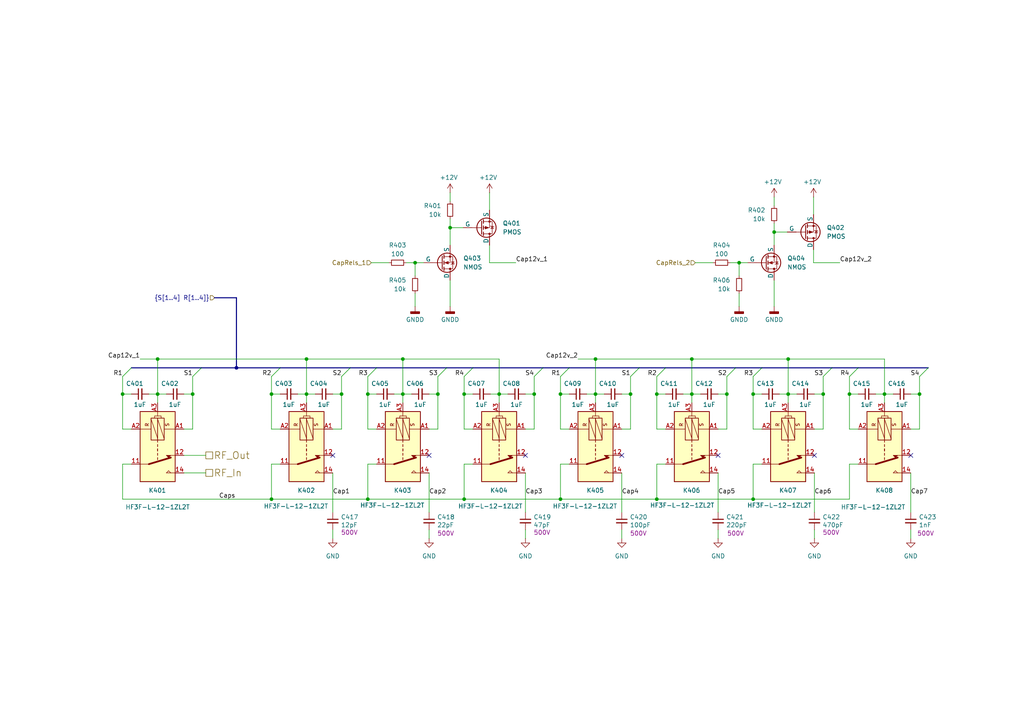
<source format=kicad_sch>
(kicad_sch (version 20231120) (generator "eeschema") (generator_version "8.0")
  (paper "A4")
  (title_block (title "Capacitors Bank") (date "2024-04-23") (rev "A0") (company "TiZed"))
  (lib_symbols
    (symbol "Device:C_Small" (pin_numbers hide) (pin_names (offset 0.254) hide)
      (property "Reference" "C" (at 0.254 1.778 0))
      (property "Value" "C_Small" (at 0.254 -2.032 0))
      (symbol "C_Small_0_1"
        (polyline (pts (xy -1.524 -0.508) (xy 1.524 -0.508)) (stroke (width 0.3302)))
        (polyline (pts (xy -1.524 0.508) (xy 1.524 0.508)) (stroke (width 0.3048)))
      )
      (symbol "C_Small_1_1"
        (pin passive line (at 0 2.54 270) (length 2.032) (name "~") (number "1"))
        (pin passive line (at 0 -2.54 90) (length 2.032) (name "~") (number "2"))
      )
    )
    (symbol "Device:R_Small" (pin_numbers hide) (pin_names (offset 0.254) hide)
      (property "Reference" "R" (at 0.762 0.508 0))
      (property "Value" "R_Small" (at 0.762 -1.016 0))
      (symbol "R_Small_0_1"
        (rectangle (start -0.762 1.778) (end 0.762 -1.778) (stroke (width 0.2032)))
      )
      (symbol "R_Small_1_1"
        (pin passive line (at 0 2.54 270) (length 0.762) (name "~") (number "1"))
        (pin passive line (at 0 -2.54 90) (length 0.762) (name "~") (number "2"))
      )
    )
    (symbol "Relay:Relay_SPDT_Latching_2coil"
      (property "Reference" "K" (at 11.43 4.318 0))
      (property "Value" "Relay_SPDT_Latching_2coil" (at 23.622 2.032 0))
      (symbol "Relay_SPDT_Latching_2coil_0_0"
        (text "R" (at -6.35 -3.048 0) (effects (font (size 1.016 1.016))))
        (text "S" (at -6.35 2.794 0) (effects (font (size 1.016 1.016))))
      )
      (symbol "Relay_SPDT_Latching_2coil_0_1"
        (rectangle (start -8.255 1.905) (end -1.905 -1.905) (stroke (width 0.2032)))
        (polyline (pts (xy -8.89 0) (xy -10.16 0)))
        (polyline (pts (xy -8.255 0) (xy -1.27 0)) (stroke (width 0.2032)))
        (polyline (pts (xy -8.001 -1.905) (xy -2.413 0)))
        (polyline (pts (xy -8.001 0) (xy -2.286 1.905)))
        (polyline (pts (xy -5.08 -5.08) (xy -5.08 -1.905)))
        (polyline (pts (xy -5.08 5.08) (xy -5.08 1.905)))
        (polyline (pts (xy -0.635 0) (xy 0 0)) (stroke (width 0.2032)))
        (polyline (pts (xy 0.635 0) (xy 1.27 0)) (stroke (width 0.2032)))
        (polyline (pts (xy 0.635 0) (xy 1.27 0)) (stroke (width 0.2032)))
        (polyline (pts (xy 1.905 0) (xy 2.54 0)) (stroke (width 0.2032)))
        (polyline (pts (xy 2.54 2.54) (xy 2.54 5.08)))
        (polyline (pts (xy 3.175 0) (xy 3.81 0)) (stroke (width 0.2032)))
        (polyline (pts (xy 5.08 -2.794) (xy 5.08 -5.334)))
        (polyline (pts (xy 5.08 -2.54) (xy 3.175 3.81)) (stroke (width 0.508)))
        (polyline (pts (xy 7.62 2.54) (xy 7.62 5.08)))
        (polyline (pts (xy 2.54 2.54) (xy 3.175 3.175) (xy 2.54 3.81)) (fill (type outline)))
        (polyline (pts (xy 7.62 2.54) (xy 6.985 3.175) (xy 7.62 3.81)))
        (polyline (pts (xy -8.255 1.016) (xy -8.89 1.016) (xy -8.89 -0.889) (xy -8.255 -0.889)))
      )
      (symbol "Relay_SPDT_Latching_2coil_1_1"
        (rectangle (start -10.16 5.08) (end 10.16 -5.08) (stroke (width 0.254)) (fill (type background)))
        (pin passive line (at 5.08 -7.62 90) (length 2.54) (name "~") (number "11"))
        (pin passive line (at 2.54 7.62 270) (length 2.54) (name "~") (number "12"))
        (pin passive line (at 7.62 7.62 270) (length 2.54) (name "~") (number "14"))
        (pin passive line (at -5.08 7.62 270) (length 2.54) (name "~") (number "A1"))
        (pin passive line (at -5.08 -7.62 90) (length 2.54) (name "~") (number "A2"))
        (pin passive line (at -12.7 0 0) (length 2.54) (name "~") (number "A3"))
      )
    )
    (symbol "Simulation_SPICE:NMOS" (pin_numbers hide) (pin_names (offset 0))
      (property "Reference" "Q" (at 5.08 1.27 0))
      (property "Value" "NMOS" (at 5.08 -1.27 0))
      (symbol "NMOS_0_1"
        (polyline (pts (xy 0.254 0) (xy -2.54 0)))
        (polyline (pts (xy 0.254 1.905) (xy 0.254 -1.905)) (stroke (width 0.254)))
        (polyline (pts (xy 0.762 -1.27) (xy 0.762 -2.286)) (stroke (width 0.254)))
        (polyline (pts (xy 0.762 0.508) (xy 0.762 -0.508)) (stroke (width 0.254)))
        (polyline (pts (xy 0.762 2.286) (xy 0.762 1.27)) (stroke (width 0.254)))
        (polyline (pts (xy 2.54 2.54) (xy 2.54 1.778)))
        (polyline (pts (xy 2.54 -2.54) (xy 2.54 0) (xy 0.762 0)))
        (polyline (pts (xy 0.762 -1.778) (xy 3.302 -1.778) (xy 3.302 1.778) (xy 0.762 1.778)))
        (polyline (pts (xy 1.016 0) (xy 2.032 0.381) (xy 2.032 -0.381) (xy 1.016 0)) (fill (type outline)))
        (polyline (pts (xy 2.794 0.508) (xy 2.921 0.381) (xy 3.683 0.381) (xy 3.81 0.254)))
        (polyline (pts (xy 3.302 0.381) (xy 2.921 -0.254) (xy 3.683 -0.254) (xy 3.302 0.381)))
        (circle (center 1.651 0) (radius 2.794) (stroke (width 0.254)))
        (circle (center 2.54 -1.778) (radius 0.254) (fill (type outline)))
        (circle (center 2.54 1.778) (radius 0.254) (fill (type outline)))
      )
      (symbol "NMOS_1_1"
        (pin passive line (at 2.54 5.08 270) (length 2.54) (name "D") (number "1"))
        (pin input line (at -5.08 0 0) (length 2.54) (name "G") (number "2"))
        (pin passive line (at 2.54 -5.08 90) (length 2.54) (name "S") (number "3"))
      )
    )
    (symbol "Simulation_SPICE:PMOS" (pin_numbers hide) (pin_names (offset 0))
      (property "Reference" "Q" (at 5.08 1.27 0))
      (property "Value" "PMOS" (at 5.08 -1.27 0))
      (symbol "PMOS_0_1"
        (polyline (pts (xy 0.254 0) (xy -2.54 0)))
        (polyline (pts (xy 0.254 1.905) (xy 0.254 -1.905)) (stroke (width 0.254)))
        (polyline (pts (xy 0.762 -1.27) (xy 0.762 -2.286)) (stroke (width 0.254)))
        (polyline (pts (xy 0.762 0.508) (xy 0.762 -0.508)) (stroke (width 0.254)))
        (polyline (pts (xy 0.762 2.286) (xy 0.762 1.27)) (stroke (width 0.254)))
        (polyline (pts (xy 2.54 2.54) (xy 2.54 1.778)))
        (polyline (pts (xy 2.54 -2.54) (xy 2.54 0) (xy 0.762 0)))
        (polyline (pts (xy 0.762 1.778) (xy 3.302 1.778) (xy 3.302 -1.778) (xy 0.762 -1.778)))
        (polyline (pts (xy 2.286 0) (xy 1.27 0.381) (xy 1.27 -0.381) (xy 2.286 0)) (fill (type outline)))
        (polyline (pts (xy 2.794 -0.508) (xy 2.921 -0.381) (xy 3.683 -0.381) (xy 3.81 -0.254)))
        (polyline (pts (xy 3.302 -0.381) (xy 2.921 0.254) (xy 3.683 0.254) (xy 3.302 -0.381)))
        (circle (center 1.651 0) (radius 2.794) (stroke (width 0.254)))
        (circle (center 2.54 -1.778) (radius 0.254) (fill (type outline)))
        (circle (center 2.54 1.778) (radius 0.254) (fill (type outline)))
      )
      (symbol "PMOS_1_1"
        (pin passive line (at 2.54 5.08 270) (length 2.54) (name "D") (number "1"))
        (pin input line (at -5.08 0 0) (length 2.54) (name "G") (number "2"))
        (pin passive line (at 2.54 -5.08 90) (length 2.54) (name "S") (number "3"))
      )
    )
    (symbol "power:+12V" (power) (pin_numbers hide) (pin_names (offset 0) hide)
      (property "Value" "+12V" (at 0 3.556 0))
      (symbol "+12V_0_1"
        (polyline (pts (xy -0.762 1.27) (xy 0 2.54)))
        (polyline (pts (xy 0 0) (xy 0 2.54)))
        (polyline (pts (xy 0 2.54) (xy 0.762 1.27)))
      )
      (symbol "+12V_1_1"
        (pin power_in line (at 0 0 90) (length 0) (name "~") (number "1"))
      )
    )
    (symbol "power:GND" (power) (pin_numbers hide) (pin_names (offset 0) hide)
      (property "Value" "GND" (at 0 -3.81 0))
      (symbol "GND_0_1"
        (polyline (pts (xy 0 0) (xy 0 -1.27) (xy 1.27 -1.27) (xy 0 -2.54) (xy -1.27 -1.27) (xy 0 -1.27)))
      )
      (symbol "GND_1_1"
        (pin power_in line (at 0 0 270) (length 0) (name "~") (number "1"))
      )
    )
    (symbol "power:GNDD" (power) (pin_numbers hide) (pin_names (offset 0) hide)
      (property "Value" "GNDD" (at 0 -3.175 0))
      (symbol "GNDD_0_1"
        (rectangle (start -1.27 -1.524) (end 1.27 -2.032) (stroke (width 0.254)) (fill (type outline)))
        (polyline (pts (xy 0 0) (xy 0 -1.524)))
      )
      (symbol "GNDD_1_1"
        (pin power_in line (at 0 0 270) (length 0) (name "~") (number "1"))
      )
    )
  )
  (junction (at 78.74 114.3))
  (junction (at 200.66 114.3))
  (junction (at 154.94 114.3))
  (junction (at 246.38 114.3))
  (junction (at 130.556 66.04))
  (junction (at 256.54 114.3))
  (junction (at 134.62 144.78))
  (junction (at 55.88 114.3))
  (junction (at 218.44 114.3))
  (junction (at 210.82 114.3))
  (junction (at 106.68 144.78))
  (junction (at 106.68 114.3))
  (junction (at 45.72 114.3))
  (junction (at 99.06 114.3))
  (junction (at 116.84 104.14))
  (junction (at 116.84 114.3))
  (junction (at 78.74 144.78))
  (junction (at 228.6 104.14))
  (junction (at 228.6 114.3))
  (junction (at 224.536 67.31))
  (junction (at 214.376 76.2))
  (junction (at 88.9 104.14))
  (junction (at 238.76 114.3))
  (junction (at 190.5 144.78))
  (junction (at 120.396 76.2))
  (junction (at 127 114.3))
  (junction (at 218.44 144.78))
  (junction (at 172.72 114.3))
  (junction (at 172.72 104.14))
  (junction (at 68.58 106.68))
  (junction (at 190.5 114.3))
  (junction (at 144.78 114.3))
  (junction (at 88.9 114.3))
  (junction (at 182.88 114.3))
  (junction (at 134.62 114.3))
  (junction (at 162.56 144.78))
  (junction (at 200.66 104.14))
  (junction (at 162.56 114.3))
  (junction (at 45.72 104.14))
  (junction (at 266.7 114.3))
  (junction (at 35.56 114.3))
  (no_connect (at 152.4 132.08))
  (no_connect (at 180.34 132.08))
  (no_connect (at 96.52 132.08))
  (no_connect (at 264.16 132.08))
  (no_connect (at 236.22 132.08))
  (no_connect (at 124.46 132.08))
  (no_connect (at 208.28 132.08))
  (bus_entry (at 99.06 109.22) (size 2.54 -2.54))
  (bus_entry (at 55.88 109.22) (size 2.54 -2.54))
  (bus_entry (at 210.82 109.22) (size 2.54 -2.54))
  (bus_entry (at 127 109.22) (size 2.54 -2.54))
  (bus_entry (at 35.56 109.22) (size 2.54 -2.54))
  (bus_entry (at 238.76 109.22) (size 2.54 -2.54))
  (bus_entry (at 266.7 109.22) (size 2.54 -2.54))
  (bus_entry (at 190.5 109.22) (size 2.54 -2.54))
  (bus_entry (at 78.74 109.22) (size 2.54 -2.54))
  (bus_entry (at 154.94 109.22) (size 2.54 -2.54))
  (bus_entry (at 134.62 109.22) (size 2.54 -2.54))
  (bus_entry (at 246.38 109.22) (size 2.54 -2.54))
  (bus_entry (at 106.68 109.22) (size 2.54 -2.54))
  (bus_entry (at 182.88 109.22) (size 2.54 -2.54))
  (bus_entry (at 218.44 109.22) (size 2.54 -2.54))
  (bus_entry (at 162.56 109.22) (size 2.54 -2.54))
  (wire (pts (xy 248.92 114.3) (xy 246.38 114.3)))
  (wire (pts (xy 214.376 85.09) (xy 214.376 88.9)))
  (wire (pts (xy 180.34 124.46) (xy 182.88 124.46)))
  (bus (pts (xy 213.36 106.68) (xy 220.98 106.68)))
  (wire (pts (xy 81.28 134.62) (xy 78.74 134.62)))
  (wire (pts (xy 130.556 81.28) (xy 130.556 88.9)))
  (wire (pts (xy 96.52 124.46) (xy 99.06 124.46)))
  (wire (pts (xy 256.54 104.14) (xy 256.54 114.3)))
  (wire (pts (xy 144.78 114.3) (xy 147.32 114.3)))
  (wire (pts (xy 152.4 137.16) (xy 152.4 148.59)))
  (wire (pts (xy 254 114.3) (xy 256.54 114.3)))
  (wire (pts (xy 214.376 76.2) (xy 214.376 80.01)))
  (wire (pts (xy 208.28 137.16) (xy 208.28 148.59)))
  (wire (pts (xy 172.72 114.3) (xy 175.26 114.3)))
  (wire (pts (xy 35.56 144.78) (xy 78.74 144.78)))
  (wire (pts (xy 134.62 144.78) (xy 134.62 134.62)))
  (wire (pts (xy 99.06 109.22) (xy 99.06 114.3)))
  (wire (pts (xy 200.66 104.14) (xy 200.66 114.3)))
  (wire (pts (xy 134.62 144.78) (xy 162.56 144.78)))
  (wire (pts (xy 154.94 114.3) (xy 154.94 124.46)))
  (wire (pts (xy 190.5 114.3) (xy 190.5 124.46)))
  (wire (pts (xy 246.38 134.62) (xy 246.38 144.78)))
  (wire (pts (xy 190.5 144.78) (xy 190.5 134.62)))
  (wire (pts (xy 170.18 114.3) (xy 172.72 114.3)))
  (wire (pts (xy 134.62 124.46) (xy 137.16 124.46)))
  (wire (pts (xy 116.84 104.14) (xy 116.84 114.3)))
  (wire (pts (xy 238.76 109.22) (xy 238.76 114.3)))
  (wire (pts (xy 130.556 55.88) (xy 130.556 58.42)))
  (wire (pts (xy 208.28 153.67) (xy 208.28 156.21)))
  (wire (pts (xy 236.22 153.67) (xy 236.22 156.21)))
  (wire (pts (xy 38.1 134.62) (xy 35.56 134.62)))
  (wire (pts (xy 228.346 67.31) (xy 224.536 67.31)))
  (wire (pts (xy 236.22 114.3) (xy 238.76 114.3)))
  (wire (pts (xy 55.88 109.22) (xy 55.88 114.3)))
  (wire (pts (xy 122.936 76.2) (xy 120.396 76.2)))
  (wire (pts (xy 172.72 104.14) (xy 172.72 114.3)))
  (bus (pts (xy 248.92 106.68) (xy 269.24 106.68)))
  (wire (pts (xy 224.536 64.77) (xy 224.536 67.31)))
  (wire (pts (xy 124.46 137.16) (xy 124.46 148.59)))
  (wire (pts (xy 96.52 114.3) (xy 99.06 114.3)))
  (wire (pts (xy 116.84 104.14) (xy 88.9 104.14)))
  (wire (pts (xy 112.776 76.2) (xy 107.696 76.2)))
  (wire (pts (xy 96.52 137.16) (xy 96.52 148.59)))
  (wire (pts (xy 149.606 76.2) (xy 141.986 76.2)))
  (wire (pts (xy 238.76 114.3) (xy 238.76 124.46)))
  (wire (pts (xy 246.38 124.46) (xy 248.92 124.46)))
  (wire (pts (xy 106.68 114.3) (xy 109.22 114.3)))
  (wire (pts (xy 116.84 114.3) (xy 119.38 114.3)))
  (wire (pts (xy 35.56 114.3) (xy 38.1 114.3)))
  (wire (pts (xy 78.74 109.22) (xy 78.74 114.3)))
  (wire (pts (xy 228.6 104.14) (xy 228.6 114.3)))
  (wire (pts (xy 228.6 104.14) (xy 256.54 104.14)))
  (wire (pts (xy 264.16 137.16) (xy 264.16 148.59)))
  (wire (pts (xy 200.66 114.3) (xy 200.66 116.84)))
  (wire (pts (xy 45.72 104.14) (xy 45.72 114.3)))
  (wire (pts (xy 216.916 76.2) (xy 214.376 76.2)))
  (wire (pts (xy 162.56 134.62) (xy 165.1 134.62)))
  (bus (pts (xy 38.1 106.68) (xy 58.42 106.68)))
  (wire (pts (xy 246.38 109.22) (xy 246.38 114.3)))
  (wire (pts (xy 220.98 134.62) (xy 218.44 134.62)))
  (wire (pts (xy 190.5 109.22) (xy 190.5 114.3)))
  (wire (pts (xy 134.62 134.62) (xy 137.16 134.62)))
  (wire (pts (xy 141.986 55.88) (xy 141.986 60.96)))
  (wire (pts (xy 218.44 114.3) (xy 220.98 114.3)))
  (wire (pts (xy 78.74 114.3) (xy 78.74 124.46)))
  (wire (pts (xy 180.34 114.3) (xy 182.88 114.3)))
  (wire (pts (xy 235.966 57.15) (xy 235.966 62.23)))
  (bus (pts (xy 220.98 106.68) (xy 241.3 106.68)))
  (wire (pts (xy 228.6 114.3) (xy 228.6 116.84)))
  (bus (pts (xy 185.42 106.68) (xy 193.04 106.68)))
  (wire (pts (xy 43.18 114.3) (xy 45.72 114.3)))
  (wire (pts (xy 182.88 114.3) (xy 182.88 124.46)))
  (wire (pts (xy 180.34 137.16) (xy 180.34 148.59)))
  (wire (pts (xy 88.9 104.14) (xy 88.9 114.3)))
  (wire (pts (xy 172.72 114.3) (xy 172.72 116.84)))
  (wire (pts (xy 162.56 124.46) (xy 165.1 124.46)))
  (wire (pts (xy 264.16 124.46) (xy 266.7 124.46)))
  (wire (pts (xy 190.5 114.3) (xy 193.04 114.3)))
  (bus (pts (xy 101.6 106.68) (xy 109.22 106.68)))
  (wire (pts (xy 200.66 114.3) (xy 203.2 114.3)))
  (wire (pts (xy 152.4 124.46) (xy 154.94 124.46)))
  (wire (pts (xy 208.28 114.3) (xy 210.82 114.3)))
  (wire (pts (xy 142.24 114.3) (xy 144.78 114.3)))
  (wire (pts (xy 134.366 66.04) (xy 130.556 66.04)))
  (wire (pts (xy 180.34 153.67) (xy 180.34 156.21)))
  (wire (pts (xy 228.6 114.3) (xy 231.14 114.3)))
  (wire (pts (xy 106.68 124.46) (xy 109.22 124.46)))
  (wire (pts (xy 127 109.22) (xy 127 114.3)))
  (wire (pts (xy 53.34 124.46) (xy 55.88 124.46)))
  (wire (pts (xy 35.56 114.3) (xy 35.56 124.46)))
  (wire (pts (xy 35.56 134.62) (xy 35.56 144.78)))
  (wire (pts (xy 134.62 114.3) (xy 134.62 124.46)))
  (wire (pts (xy 256.54 114.3) (xy 259.08 114.3)))
  (wire (pts (xy 218.44 134.62) (xy 218.44 144.78)))
  (wire (pts (xy 78.74 124.46) (xy 81.28 124.46)))
  (wire (pts (xy 152.4 114.3) (xy 154.94 114.3)))
  (wire (pts (xy 264.16 153.67) (xy 264.16 156.21)))
  (bus (pts (xy 193.04 106.68) (xy 213.36 106.68)))
  (wire (pts (xy 218.44 124.46) (xy 220.98 124.46)))
  (wire (pts (xy 124.46 153.67) (xy 124.46 156.21)))
  (wire (pts (xy 162.56 144.78) (xy 162.56 134.62)))
  (wire (pts (xy 106.68 144.78) (xy 134.62 144.78)))
  (wire (pts (xy 190.5 144.78) (xy 218.44 144.78)))
  (wire (pts (xy 114.3 114.3) (xy 116.84 114.3)))
  (wire (pts (xy 266.7 109.22) (xy 266.7 114.3)))
  (wire (pts (xy 162.56 109.22) (xy 162.56 114.3)))
  (wire (pts (xy 218.44 109.22) (xy 218.44 114.3)))
  (wire (pts (xy 182.88 109.22) (xy 182.88 114.3)))
  (bus (pts (xy 58.42 106.68) (xy 68.58 106.68)))
  (wire (pts (xy 78.74 114.3) (xy 81.28 114.3)))
  (wire (pts (xy 214.376 76.2) (xy 211.836 76.2)))
  (wire (pts (xy 134.62 109.22) (xy 134.62 114.3)))
  (wire (pts (xy 210.82 109.22) (xy 210.82 114.3)))
  (wire (pts (xy 144.78 114.3) (xy 144.78 116.84)))
  (wire (pts (xy 88.9 114.3) (xy 91.44 114.3)))
  (wire (pts (xy 53.34 137.16) (xy 59.69 137.16)))
  (wire (pts (xy 116.84 104.14) (xy 144.78 104.14)))
  (wire (pts (xy 99.06 114.3) (xy 99.06 124.46)))
  (wire (pts (xy 78.74 144.78) (xy 106.68 144.78)))
  (wire (pts (xy 190.5 124.46) (xy 193.04 124.46)))
  (wire (pts (xy 224.536 57.15) (xy 224.536 59.69)))
  (bus (pts (xy 81.28 106.68) (xy 101.6 106.68)))
  (wire (pts (xy 120.396 76.2) (xy 117.856 76.2)))
  (wire (pts (xy 167.64 104.14) (xy 172.72 104.14)))
  (wire (pts (xy 190.5 134.62) (xy 193.04 134.62)))
  (wire (pts (xy 162.56 144.78) (xy 190.5 144.78)))
  (wire (pts (xy 256.54 114.3) (xy 256.54 116.84)))
  (wire (pts (xy 78.74 134.62) (xy 78.74 144.78)))
  (wire (pts (xy 266.7 114.3) (xy 266.7 124.46)))
  (bus (pts (xy 129.54 106.68) (xy 137.16 106.68)))
  (wire (pts (xy 226.06 114.3) (xy 228.6 114.3)))
  (wire (pts (xy 210.82 114.3) (xy 210.82 124.46)))
  (wire (pts (xy 45.72 104.14) (xy 88.9 104.14)))
  (wire (pts (xy 96.52 153.67) (xy 96.52 156.21)))
  (wire (pts (xy 162.56 114.3) (xy 165.1 114.3)))
  (bus (pts (xy 68.58 106.68) (xy 81.28 106.68)))
  (wire (pts (xy 243.586 76.2) (xy 235.966 76.2)))
  (wire (pts (xy 248.92 134.62) (xy 246.38 134.62)))
  (wire (pts (xy 130.556 63.5) (xy 130.556 66.04)))
  (wire (pts (xy 124.46 114.3) (xy 127 114.3)))
  (wire (pts (xy 208.28 124.46) (xy 210.82 124.46)))
  (wire (pts (xy 86.36 114.3) (xy 88.9 114.3)))
  (wire (pts (xy 152.4 153.67) (xy 152.4 156.21)))
  (wire (pts (xy 35.56 109.22) (xy 35.56 114.3)))
  (bus (pts (xy 157.48 106.68) (xy 165.1 106.68)))
  (wire (pts (xy 53.34 114.3) (xy 55.88 114.3)))
  (wire (pts (xy 120.396 76.2) (xy 120.396 80.01)))
  (wire (pts (xy 246.38 114.3) (xy 246.38 124.46)))
  (wire (pts (xy 116.84 114.3) (xy 116.84 116.84)))
  (bus (pts (xy 109.22 106.68) (xy 129.54 106.68)))
  (wire (pts (xy 127 114.3) (xy 127 124.46)))
  (wire (pts (xy 130.556 66.04) (xy 130.556 71.12)))
  (wire (pts (xy 120.396 85.09) (xy 120.396 88.9)))
  (wire (pts (xy 218.44 144.78) (xy 246.38 144.78)))
  (bus (pts (xy 68.58 86.36) (xy 68.58 106.68)))
  (wire (pts (xy 45.72 114.3) (xy 48.26 114.3)))
  (wire (pts (xy 106.68 114.3) (xy 106.68 124.46)))
  (wire (pts (xy 141.986 76.2) (xy 141.986 71.12)))
  (wire (pts (xy 106.68 134.62) (xy 109.22 134.62)))
  (wire (pts (xy 88.9 114.3) (xy 88.9 116.84)))
  (wire (pts (xy 106.68 109.22) (xy 106.68 114.3)))
  (wire (pts (xy 162.56 114.3) (xy 162.56 124.46)))
  (wire (pts (xy 236.22 124.46) (xy 238.76 124.46)))
  (wire (pts (xy 55.88 114.3) (xy 55.88 124.46)))
  (wire (pts (xy 235.966 76.2) (xy 235.966 72.39)))
  (wire (pts (xy 45.72 114.3) (xy 45.72 116.84)))
  (wire (pts (xy 53.34 132.08) (xy 59.69 132.08)))
  (wire (pts (xy 206.756 76.2) (xy 201.676 76.2)))
  (wire (pts (xy 224.536 67.31) (xy 224.536 71.12)))
  (wire (pts (xy 40.64 104.14) (xy 45.72 104.14)))
  (wire (pts (xy 144.78 104.14) (xy 144.78 114.3)))
  (wire (pts (xy 106.68 144.78) (xy 106.68 134.62)))
  (wire (pts (xy 154.94 109.22) (xy 154.94 114.3)))
  (wire (pts (xy 134.62 114.3) (xy 137.16 114.3)))
  (wire (pts (xy 236.22 137.16) (xy 236.22 148.59)))
  (wire (pts (xy 35.56 124.46) (xy 38.1 124.46)))
  (bus (pts (xy 165.1 106.68) (xy 185.42 106.68)))
  (wire (pts (xy 264.16 114.3) (xy 266.7 114.3)))
  (wire (pts (xy 200.66 104.14) (xy 228.6 104.14)))
  (bus (pts (xy 62.23 86.36) (xy 68.58 86.36)))
  (bus (pts (xy 137.16 106.68) (xy 157.48 106.68)))
  (wire (pts (xy 218.44 114.3) (xy 218.44 124.46)))
  (wire (pts (xy 124.46 124.46) (xy 127 124.46)))
  (wire (pts (xy 172.72 104.14) (xy 200.66 104.14)))
  (wire (pts (xy 224.536 81.28) (xy 224.536 88.9)))
  (bus (pts (xy 241.3 106.68) (xy 248.92 106.68)))
  (wire (pts (xy 198.12 114.3) (xy 200.66 114.3)))
  (label "Caps" (at 63.5 144.78 0))
  (label "S3" (at 127 109.22 180))
  (label "R2" (at 78.74 109.22 180))
  (label "Cap3" (at 152.4 143.51 0))
  (label "Cap1" (at 96.52 143.51 0))
  (label "S3" (at 238.76 109.22 180))
  (label "S2" (at 210.82 109.22 180))
  (label "S1" (at 182.88 109.22 180))
  (label "S4" (at 266.7 109.22 180))
  (label "S1" (at 55.88 109.22 180))
  (label "Cap12v_2" (at 167.64 104.14 180))
  (label "Cap12v_1" (at 149.606 76.2 0))
  (label "Cap6" (at 236.22 143.51 0))
  (label "Cap4" (at 180.34 143.51 0))
  (label "Cap12v_2" (at 243.586 76.2 0))
  (label "Cap12v_1" (at 40.64 104.14 180))
  (label "R4" (at 134.62 109.22 180))
  (label "S2" (at 99.06 109.22 180))
  (label "R1" (at 162.56 109.22 180))
  (label "R3" (at 106.68 109.22 180))
  (label "Cap7" (at 264.16 143.51 0))
  (label "R3" (at 218.44 109.22 180))
  (label "R4" (at 246.38 109.22 180))
  (label "S4" (at 154.94 109.22 180))
  (label "R1" (at 35.56 109.22 180))
  (label "Cap2" (at 124.46 143.51 0))
  (label "Cap5" (at 208.28 143.51 0))
  (label "R2" (at 190.5 109.22 180))
  (hierarchical_label "CapRels_1" (shape input) (at 107.696 76.2 180))
  (hierarchical_label "RF_Out" (shape passive) (at 59.69 132.08 0) (effects (font (size 2.0066 2.0066))))
  (hierarchical_label "RF_In" (shape passive) (at 59.69 137.16 0) (effects (font (size 2.0066 2.0066))))
  (hierarchical_label "{S[1..4] R[1..4]}" (shape input) (at 62.23 86.36 180))
  (hierarchical_label "CapRels_2" (shape input) (at 201.676 76.2 180))
  (symbol (lib_id "Device:R_Small") (at 120.396 82.55 0) (mirror x) (unit 1)
    (property "Reference" "R405" (at 117.856 81.2799 0) (effects (justify right)))
    (property "Value" "10k" (at 117.856 83.8199 0) (effects (justify right)))
    (property "Footprint" "Resistor_SMD:R_0603_1608Metric" (effects (hide yes)))
    (property "Description" "Resistor, small symbol" (effects (hide yes)))
  )
  (symbol (lib_id "Device:C_Small") (at 121.92 114.3 90) (unit 1)
    (property "Reference" "C406" (at 122.936 111.252 90) (effects (justify left)))
    (property "Value" "1uF" (at 123.698 117.348 90) (effects (justify left)))
    (property "Footprint" "Capacitor_SMD:C_0603_1608Metric" (effects (hide yes)))
  )
  (symbol (lib_id "power:GND") (at 124.46 156.21 0) (unit 1)
    (property "Reference" "#PWR0410" (effects (hide yes)))
    (property "Value" "GND" (at 124.46 161.29 0))
    (property "Description" "Power symbol creates a global label with name \"GND\" , ground" (effects (hide yes)))
  )
  (symbol (lib_id "power:GND") (at 264.16 156.21 0) (unit 1)
    (property "Reference" "#PWR0415" (effects (hide yes)))
    (property "Value" "GND" (at 264.16 161.29 0))
    (property "Description" "Power symbol creates a global label with name \"GND\" , ground" (effects (hide yes)))
  )
  (symbol (lib_id "Device:C_Small") (at 223.52 114.3 90) (unit 1)
    (property "Reference" "C413" (at 224.536 111.252 90) (effects (justify left)))
    (property "Value" "1uF" (at 225.298 117.348 90) (effects (justify left)))
    (property "Footprint" "Capacitor_SMD:C_0603_1608Metric" (effects (hide yes)))
  )
  (symbol (lib_id "Simulation_SPICE:NMOS") (at 128.016 76.2 0) (mirror x) (unit 1)
    (property "Reference" "Q403" (at 134.366 74.9299 0) (effects (justify left)))
    (property "Value" "NMOS" (at 134.366 77.4699 0) (effects (justify left)))
    (property "Footprint" "Package_TO_SOT_SMD:SOT-23" (effects (hide yes)))
    (property "Datasheet" "https://ngspice.sourceforge.io/docs/ngspice-html-manual/manual.xhtml#cha_MOSFETs" (effects (hide yes)))
    (property "Description" "N-MOSFET transistor, drain/source/gate" (effects (hide yes)))
    (property "Sim.Device" "NMOS" (effects (hide yes)))
    (property "Sim.Type" "VDMOS" (effects (hide yes)))
    (property "Sim.Pins" "1=D 2=G 3=S" (effects (hide yes)))
  )
  (symbol (lib_id "Device:C_Small") (at 96.52 151.13 0) (unit 1)
    (property "Reference" "C417" (at 98.8568 149.9616 0) (effects (justify left)))
    (property "Value" "12pF" (at 98.8568 152.273 0) (effects (justify left)))
    (property "Footprint" "Capacitor_SMD:C_1206_3216Metric" (effects (hide yes)))
    (property "Voltage" "500V" (at 101.346 154.432 0))
  )
  (symbol (lib_id "power:GND") (at 208.28 156.21 0) (unit 1)
    (property "Reference" "#PWR0413" (effects (hide yes)))
    (property "Value" "GND" (at 208.28 161.29 0))
    (property "Description" "Power symbol creates a global label with name \"GND\" , ground" (effects (hide yes)))
  )
  (symbol (lib_id "Relay:Relay_SPDT_Latching_2coil") (at 116.84 129.54 270) (unit 1)
    (property "Reference" "K403" (at 116.7765 142.24 90))
    (property "Value" "HF3F-L-12-1ZL2T" (at 113.792 146.558 90))
    (property "Footprint" "Relay_THT:Relay_SPDT_Hongfa_HF3F-L-xx-1ZL2T" (effects (hide yes)))
    (property "Description" "Relay SPDT, Bistable, 2-coil" (effects (hide yes)))
  )
  (symbol (lib_id "Simulation_SPICE:NMOS") (at 221.996 76.2 0) (mirror x) (unit 1)
    (property "Reference" "Q404" (at 228.346 74.9299 0) (effects (justify left)))
    (property "Value" "NMOS" (at 228.346 77.4699 0) (effects (justify left)))
    (property "Footprint" "Package_TO_SOT_SMD:SOT-23" (effects (hide yes)))
    (property "Datasheet" "https://ngspice.sourceforge.io/docs/ngspice-html-manual/manual.xhtml#cha_MOSFETs" (effects (hide yes)))
    (property "Description" "N-MOSFET transistor, drain/source/gate" (effects (hide yes)))
    (property "Sim.Device" "NMOS" (effects (hide yes)))
    (property "Sim.Type" "VDMOS" (effects (hide yes)))
    (property "Sim.Pins" "1=D 2=G 3=S" (effects (hide yes)))
  )
  (symbol (lib_id "power:+12V") (at 224.536 57.15 0) (mirror y) (unit 1)
    (property "Reference" "#PWR0403" (effects (hide yes)))
    (property "Value" "+12V" (at 224.155 52.7558 0))
    (property "Description" "Power symbol creates a global label with name \"+12V\"" (effects (hide yes)))
  )
  (symbol (lib_id "power:+12V") (at 141.986 55.88 0) (mirror y) (unit 1)
    (property "Reference" "#PWR0402" (effects (hide yes)))
    (property "Value" "+12V" (at 141.605 51.4858 0))
    (property "Description" "Power symbol creates a global label with name \"+12V\"" (effects (hide yes)))
  )
  (symbol (lib_id "Relay:Relay_SPDT_Latching_2coil") (at 88.9 129.54 270) (unit 1)
    (property "Reference" "K402" (at 88.8365 142.24 90))
    (property "Value" "HF3F-L-12-1ZL2T" (at 85.852 146.812 90))
    (property "Footprint" "Relay_THT:Relay_SPDT_Hongfa_HF3F-L-xx-1ZL2T" (effects (hide yes)))
    (property "Description" "Relay SPDT, Bistable, 2-coil" (effects (hide yes)))
  )
  (symbol (lib_id "power:+12V") (at 235.966 57.15 0) (mirror y) (unit 1)
    (property "Reference" "#PWR0404" (effects (hide yes)))
    (property "Value" "+12V" (at 235.585 52.7558 0))
    (property "Description" "Power symbol creates a global label with name \"+12V\"" (effects (hide yes)))
  )
  (symbol (lib_id "Device:C_Small") (at 205.74 114.3 90) (unit 1)
    (property "Reference" "C412" (at 206.756 111.252 90) (effects (justify left)))
    (property "Value" "1uF" (at 207.518 117.348 90) (effects (justify left)))
    (property "Footprint" "Capacitor_SMD:C_0603_1608Metric" (effects (hide yes)))
  )
  (symbol (lib_id "Device:C_Small") (at 208.28 151.13 0) (unit 1)
    (property "Reference" "C421" (at 210.6168 149.9616 0) (effects (justify left)))
    (property "Value" "220pF" (at 210.6168 152.273 0) (effects (justify left)))
    (property "Footprint" "Capacitor_SMD:C_1206_3216Metric" (effects (hide yes)))
    (property "Voltage" "500V" (at 213.36 154.686 0))
  )
  (symbol (lib_id "Device:C_Small") (at 167.64 114.3 90) (unit 1)
    (property "Reference" "C409" (at 168.656 111.252 90) (effects (justify left)))
    (property "Value" "1uF" (at 169.418 117.348 90) (effects (justify left)))
    (property "Footprint" "Capacitor_SMD:C_0603_1608Metric" (effects (hide yes)))
  )
  (symbol (lib_id "Device:R_Small") (at 214.376 82.55 0) (mirror x) (unit 1)
    (property "Reference" "R406" (at 211.836 81.2799 0) (effects (justify right)))
    (property "Value" "10k" (at 211.836 83.8199 0) (effects (justify right)))
    (property "Footprint" "Resistor_SMD:R_0603_1608Metric" (effects (hide yes)))
    (property "Description" "Resistor, small symbol" (effects (hide yes)))
  )
  (symbol (lib_id "power:GND") (at 180.34 156.21 0) (unit 1)
    (property "Reference" "#PWR0412" (effects (hide yes)))
    (property "Value" "GND" (at 180.34 161.29 0))
    (property "Description" "Power symbol creates a global label with name \"GND\" , ground" (effects (hide yes)))
  )
  (symbol (lib_id "power:GND") (at 152.4 156.21 0) (unit 1)
    (property "Reference" "#PWR0411" (effects (hide yes)))
    (property "Value" "GND" (at 152.4 161.29 0))
    (property "Description" "Power symbol creates a global label with name \"GND\" , ground" (effects (hide yes)))
  )
  (symbol (lib_id "Device:C_Small") (at 40.64 114.3 90) (unit 1)
    (property "Reference" "C401" (at 41.656 111.252 90) (effects (justify left)))
    (property "Value" "1uF" (at 42.418 117.348 90) (effects (justify left)))
    (property "Footprint" "Capacitor_SMD:C_0603_1608Metric" (effects (hide yes)))
  )
  (symbol (lib_id "power:GNDD") (at 130.556 88.9 0) (mirror y) (unit 1)
    (property "Reference" "#PWR0406" (effects (hide yes)))
    (property "Value" "GNDD" (at 130.556 92.71 0))
    (property "Description" "Power symbol creates a global label with name \"GNDD\" , digital ground" (effects (hide yes)))
  )
  (symbol (lib_id "Device:R_Small") (at 115.316 76.2 270) (mirror x) (unit 1)
    (property "Reference" "R403" (at 115.316 71.12 90))
    (property "Value" "100" (at 115.316 73.66 90))
    (property "Footprint" "Resistor_SMD:R_0603_1608Metric" (effects (hide yes)))
    (property "Description" "Resistor, small symbol" (effects (hide yes)))
  )
  (symbol (lib_id "power:GND") (at 96.52 156.21 0) (unit 1)
    (property "Reference" "#PWR0409" (effects (hide yes)))
    (property "Value" "GND" (at 96.52 161.29 0))
    (property "Description" "Power symbol creates a global label with name \"GND\" , ground" (effects (hide yes)))
  )
  (symbol (lib_id "Device:C_Small") (at 111.76 114.3 90) (unit 1)
    (property "Reference" "C405" (at 112.776 111.252 90) (effects (justify left)))
    (property "Value" "1uF" (at 113.538 117.348 90) (effects (justify left)))
    (property "Footprint" "Capacitor_SMD:C_0603_1608Metric" (effects (hide yes)))
  )
  (symbol (lib_id "Relay:Relay_SPDT_Latching_2coil") (at 172.72 129.54 270) (unit 1)
    (property "Reference" "K405" (at 172.6565 142.24 90))
    (property "Value" "HF3F-L-12-1ZL2T" (at 169.672 146.812 90))
    (property "Footprint" "Relay_THT:Relay_SPDT_Hongfa_HF3F-L-xx-1ZL2T" (effects (hide yes)))
    (property "Description" "Relay SPDT, Bistable, 2-coil" (effects (hide yes)))
  )
  (symbol (lib_id "Device:R_Small") (at 209.296 76.2 270) (mirror x) (unit 1)
    (property "Reference" "R404" (at 209.296 71.12 90))
    (property "Value" "100" (at 209.296 73.66 90))
    (property "Footprint" "Resistor_SMD:R_0603_1608Metric" (effects (hide yes)))
    (property "Description" "Resistor, small symbol" (effects (hide yes)))
  )
  (symbol (lib_id "power:+12V") (at 130.556 55.88 0) (mirror y) (unit 1)
    (property "Reference" "#PWR0401" (effects (hide yes)))
    (property "Value" "+12V" (at 130.175 51.4858 0))
    (property "Description" "Power symbol creates a global label with name \"+12V\"" (effects (hide yes)))
  )
  (symbol (lib_id "Device:R_Small") (at 224.536 62.23 0) (mirror x) (unit 1)
    (property "Reference" "R402" (at 221.996 60.9599 0) (effects (justify right)))
    (property "Value" "10k" (at 221.996 63.4999 0) (effects (justify right)))
    (property "Footprint" "Resistor_SMD:R_0603_1608Metric" (effects (hide yes)))
    (property "Description" "Resistor, small symbol" (effects (hide yes)))
  )
  (symbol (lib_id "power:GNDD") (at 224.536 88.9 0) (mirror y) (unit 1)
    (property "Reference" "#PWR0408" (effects (hide yes)))
    (property "Value" "GNDD" (at 224.536 92.71 0))
    (property "Description" "Power symbol creates a global label with name \"GNDD\" , digital ground" (effects (hide yes)))
  )
  (symbol (lib_id "Device:C_Small") (at 152.4 151.13 0) (unit 1)
    (property "Reference" "C419" (at 154.7368 149.9616 0) (effects (justify left)))
    (property "Value" "47pF" (at 154.7368 152.273 0) (effects (justify left)))
    (property "Footprint" "Capacitor_SMD:C_1206_3216Metric" (effects (hide yes)))
    (property "Voltage" "500V" (at 157.226 154.432 0))
  )
  (symbol (lib_id "Device:C_Small") (at 236.22 151.13 0) (unit 1)
    (property "Reference" "C422" (at 238.5568 149.9616 0) (effects (justify left)))
    (property "Value" "470pF" (at 238.5568 152.273 0) (effects (justify left)))
    (property "Footprint" "Capacitor_SMD:C_1206_3216Metric" (effects (hide yes)))
    (property "Voltage" "500V" (at 241.046 154.432 0))
  )
  (symbol (lib_id "Relay:Relay_SPDT_Latching_2coil") (at 144.78 129.54 270) (unit 1)
    (property "Reference" "K404" (at 144.7165 142.24 90))
    (property "Value" "HF3F-L-12-1ZL2T" (at 142.24 146.812 90))
    (property "Footprint" "Relay_THT:Relay_SPDT_Hongfa_HF3F-L-xx-1ZL2T" (effects (hide yes)))
    (property "Description" "Relay SPDT, Bistable, 2-coil" (effects (hide yes)))
  )
  (symbol (lib_id "Device:R_Small") (at 130.556 60.96 0) (mirror x) (unit 1)
    (property "Reference" "R401" (at 128.016 59.6899 0) (effects (justify right)))
    (property "Value" "10k" (at 128.016 62.2299 0) (effects (justify right)))
    (property "Footprint" "Resistor_SMD:R_0603_1608Metric" (effects (hide yes)))
    (property "Description" "Resistor, small symbol" (effects (hide yes)))
  )
  (symbol (lib_id "Simulation_SPICE:PMOS") (at 233.426 67.31 0) (mirror x) (unit 1)
    (property "Reference" "Q402" (at 239.776 66.0399 0) (effects (justify left)))
    (property "Value" "PMOS" (at 239.776 68.5799 0) (effects (justify left)))
    (property "Footprint" "Package_TO_SOT_SMD:SOT-23" (effects (hide yes)))
    (property "Datasheet" "https://ngspice.sourceforge.io/docs/ngspice-html-manual/manual.xhtml#cha_MOSFETs" (effects (hide yes)))
    (property "Description" "P-MOSFET transistor, drain/source/gate" (effects (hide yes)))
    (property "Sim.Device" "PMOS" (effects (hide yes)))
    (property "Sim.Type" "VDMOS" (effects (hide yes)))
    (property "Sim.Pins" "1=D 2=G 3=S" (effects (hide yes)))
  )
  (symbol (lib_id "Device:C_Small") (at 83.82 114.3 90) (unit 1)
    (property "Reference" "C403" (at 84.836 111.252 90) (effects (justify left)))
    (property "Value" "1uF" (at 85.598 117.348 90) (effects (justify left)))
    (property "Footprint" "Capacitor_SMD:C_0603_1608Metric" (effects (hide yes)))
  )
  (symbol (lib_id "Relay:Relay_SPDT_Latching_2coil") (at 200.66 129.54 270) (unit 1)
    (property "Reference" "K406" (at 200.5965 142.24 90))
    (property "Value" "HF3F-L-12-1ZL2T" (at 197.866 146.558 90))
    (property "Footprint" "Relay_THT:Relay_SPDT_Hongfa_HF3F-L-xx-1ZL2T" (effects (hide yes)))
    (property "Description" "Relay SPDT, Bistable, 2-coil" (effects (hide yes)))
  )
  (symbol (lib_id "Device:C_Small") (at 93.98 114.3 90) (unit 1)
    (property "Reference" "C404" (at 94.996 111.252 90) (effects (justify left)))
    (property "Value" "1uF" (at 95.758 117.348 90) (effects (justify left)))
    (property "Footprint" "Capacitor_SMD:C_0603_1608Metric" (effects (hide yes)))
  )
  (symbol (lib_id "Device:C_Small") (at 124.46 151.13 0) (unit 1)
    (property "Reference" "C418" (at 126.7968 149.9616 0) (effects (justify left)))
    (property "Value" "22pF" (at 126.7968 152.273 0) (effects (justify left)))
    (property "Footprint" "Capacitor_SMD:C_1206_3216Metric" (effects (hide yes)))
    (property "Voltage" "500V" (at 129.286 154.686 0))
  )
  (symbol (lib_id "Device:C_Small") (at 251.46 114.3 90) (unit 1)
    (property "Reference" "C415" (at 252.476 111.252 90) (effects (justify left)))
    (property "Value" "1uF" (at 253.238 117.348 90) (effects (justify left)))
    (property "Footprint" "Capacitor_SMD:C_0603_1608Metric" (effects (hide yes)))
  )
  (symbol (lib_id "Device:C_Small") (at 233.68 114.3 90) (unit 1)
    (property "Reference" "C414" (at 234.696 111.252 90) (effects (justify left)))
    (property "Value" "1uF" (at 235.458 117.348 90) (effects (justify left)))
    (property "Footprint" "Capacitor_SMD:C_0603_1608Metric" (effects (hide yes)))
  )
  (symbol (lib_id "Device:C_Small") (at 180.34 151.13 0) (unit 1)
    (property "Reference" "C420" (at 182.6768 149.9616 0) (effects (justify left)))
    (property "Value" "100pF" (at 182.6768 152.273 0) (effects (justify left)))
    (property "Footprint" "Capacitor_SMD:C_1206_3216Metric" (effects (hide yes)))
    (property "Voltage" "500V" (at 185.166 154.686 0))
  )
  (symbol (lib_id "power:GNDD") (at 120.396 88.9 0) (mirror y) (unit 1)
    (property "Reference" "#PWR0405" (effects (hide yes)))
    (property "Value" "GNDD" (at 120.396 92.71 0))
    (property "Description" "Power symbol creates a global label with name \"GNDD\" , digital ground" (effects (hide yes)))
  )
  (symbol (lib_id "Relay:Relay_SPDT_Latching_2coil") (at 228.6 129.54 270) (unit 1)
    (property "Reference" "K407" (at 228.5365 142.24 90))
    (property "Value" "HF3F-L-12-1ZL2T" (at 226.06 146.558 90))
    (property "Footprint" "Relay_THT:Relay_SPDT_Hongfa_HF3F-L-xx-1ZL2T" (effects (hide yes)))
    (property "Description" "Relay SPDT, Bistable, 2-coil" (effects (hide yes)))
  )
  (symbol (lib_id "power:GNDD") (at 214.376 88.9 0) (mirror y) (unit 1)
    (property "Reference" "#PWR0407" (effects (hide yes)))
    (property "Value" "GNDD" (at 214.376 92.71 0))
    (property "Description" "Power symbol creates a global label with name \"GNDD\" , digital ground" (effects (hide yes)))
  )
  (symbol (lib_id "power:GND") (at 236.22 156.21 0) (unit 1)
    (property "Reference" "#PWR0414" (effects (hide yes)))
    (property "Value" "GND" (at 236.22 161.29 0))
    (property "Description" "Power symbol creates a global label with name \"GND\" , ground" (effects (hide yes)))
  )
  (symbol (lib_id "Device:C_Small") (at 264.16 151.13 0) (unit 1)
    (property "Reference" "C423" (at 266.4968 149.9616 0) (effects (justify left)))
    (property "Value" "1nF" (at 266.4968 152.273 0) (effects (justify left)))
    (property "Footprint" "Capacitor_SMD:C_1206_3216Metric" (effects (hide yes)))
    (property "Voltage" "500V" (at 268.478 154.686 0))
  )
  (symbol (lib_id "Relay:Relay_SPDT_Latching_2coil") (at 45.72 129.54 270) (unit 1)
    (property "Reference" "K401" (at 45.6565 142.24 90))
    (property "Value" "HF3F-L-12-1ZL2T" (at 45.72 147.066 90))
    (property "Footprint" "Relay_THT:Relay_SPDT_Hongfa_HF3F-L-xx-1ZL2T" (effects (hide yes)))
    (property "Description" "Relay SPDT, Bistable, 2-coil" (effects (hide yes)))
  )
  (symbol (lib_id "Device:C_Small") (at 149.86 114.3 90) (unit 1)
    (property "Reference" "C408" (at 150.876 111.252 90) (effects (justify left)))
    (property "Value" "1uF" (at 151.638 117.348 90) (effects (justify left)))
    (property "Footprint" "Capacitor_SMD:C_0603_1608Metric" (effects (hide yes)))
  )
  (symbol (lib_id "Device:C_Small") (at 50.8 114.3 90) (unit 1)
    (property "Reference" "C402" (at 51.816 111.252 90) (effects (justify left)))
    (property "Value" "1uF" (at 52.578 117.348 90) (effects (justify left)))
    (property "Footprint" "Capacitor_SMD:C_0603_1608Metric" (effects (hide yes)))
  )
  (symbol (lib_id "Relay:Relay_SPDT_Latching_2coil") (at 256.54 129.54 270) (unit 1)
    (property "Reference" "K408" (at 256.4765 142.24 90))
    (property "Value" "HF3F-L-12-1ZL2T" (at 253.238 147.066 90))
    (property "Footprint" "Relay_THT:Relay_SPDT_Hongfa_HF3F-L-xx-1ZL2T" (effects (hide yes)))
    (property "Description" "Relay SPDT, Bistable, 2-coil" (effects (hide yes)))
  )
  (symbol (lib_id "Device:C_Small") (at 139.7 114.3 90) (unit 1)
    (property "Reference" "C407" (at 140.716 111.252 90) (effects (justify left)))
    (property "Value" "1uF" (at 141.478 117.348 90) (effects (justify left)))
    (property "Footprint" "Capacitor_SMD:C_0603_1608Metric" (effects (hide yes)))
  )
  (symbol (lib_id "Device:C_Small") (at 177.8 114.3 90) (unit 1)
    (property "Reference" "C410" (at 178.816 111.252 90) (effects (justify left)))
    (property "Value" "1uF" (at 179.578 117.348 90) (effects (justify left)))
    (property "Footprint" "Capacitor_SMD:C_0603_1608Metric" (effects (hide yes)))
  )
  (symbol (lib_id "Device:C_Small") (at 261.62 114.3 90) (unit 1)
    (property "Reference" "C416" (at 262.636 111.252 90) (effects (justify left)))
    (property "Value" "1uF" (at 263.398 117.348 90) (effects (justify left)))
    (property "Footprint" "Capacitor_SMD:C_0603_1608Metric" (effects (hide yes)))
  )
  (symbol (lib_id "Simulation_SPICE:PMOS") (at 139.446 66.04 0) (mirror x) (unit 1)
    (property "Reference" "Q401" (at 145.796 64.7699 0) (effects (justify left)))
    (property "Value" "PMOS" (at 145.796 67.3099 0) (effects (justify left)))
    (property "Footprint" "Package_TO_SOT_SMD:SOT-23" (effects (hide yes)))
    (property "Datasheet" "https://ngspice.sourceforge.io/docs/ngspice-html-manual/manual.xhtml#cha_MOSFETs" (effects (hide yes)))
    (property "Description" "P-MOSFET transistor, drain/source/gate" (effects (hide yes)))
    (property "Sim.Device" "PMOS" (effects (hide yes)))
    (property "Sim.Type" "VDMOS" (effects (hide yes)))
    (property "Sim.Pins" "1=D 2=G 3=S" (effects (hide yes)))
  )
  (symbol (lib_id "Device:C_Small") (at 195.58 114.3 90) (unit 1)
    (property "Reference" "C411" (at 196.596 111.252 90) (effects (justify left)))
    (property "Value" "1uF" (at 197.358 117.348 90) (effects (justify left)))
    (property "Footprint" "Capacitor_SMD:C_0603_1608Metric" (effects (hide yes)))
  )
)
</source>
